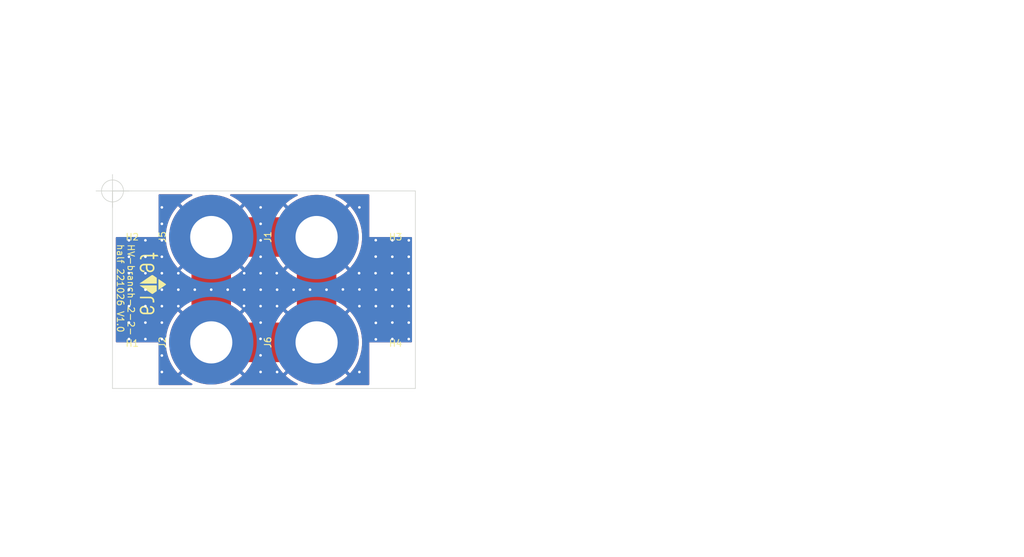
<source format=kicad_pcb>
(kicad_pcb (version 20211014) (generator pcbnew)
  (title_block (title "HV terminal branch 1-2") (date "2022-10-21") (rev "1.0") (company "teTra Aviaton Corp."))
  (layers (0 "F.Cu" signal) (31 "B.Cu" signal) (34 "B.Paste" user) (35 "F.Paste" user) (36 "B.SilkS" user "B.Silkscreen") (37 "F.SilkS" user "F.Silkscreen") (38 "B.Mask" user) (39 "F.Mask" user) (44 "Edge.Cuts" user))
  (net 0 "")
  (net 1 "VBAT(+{slash}-)")
  (footprint "MountingHole:MountingHole_3.2mm_M3_ISO7380" (layer "F.Cu") (at 123 87)
    (fp_text reference "H4" (at 0 -3.85) (layer "F.SilkS"))
    (fp_text value "MountingHole")
    (pad "" np_thru_hole circle locked (at 0 0) (size 3.2 3.2) (drill 3.2) (layers *.Cu *.Mask))
  )
  (footprint "kicad_teTra_footprint:teTra-logo" (layer "F.Cu") (at 85 74 -90)
    (fp_text reference "L1" hide)
    (fp_text value "Logo" hide)
    (fp_poly (pts (xy 0.222252 -3.120726) (xy 0.242807 -3.11161) (xy 0.249856 -3.103173) (xy 0.265607 -3.082082) (xy 0.289159 -3.049632) (xy 0.319611 -3.007114) (xy 0.356061 -2.955823) (xy 0.397609 -2.897051) (xy 0.443353 -2.832092) (xy 0.492393 -2.76224) (xy 0.543827 -2.688787) (xy 0.596753 -2.613027) (xy 0.650272 -2.536253) (xy 0.703481 -2.459758) (xy 0.755479 -2.384836) (xy 0.805366 -2.312781) (xy 0.85224 -2.244884) (xy 0.8952 -2.182441) (xy 0.933345 -2.126743) (xy 0.965773 -2.079084) (xy 0.991585 -2.040758) (xy 1.009877 -2.013058) (xy 1.01975 -1.997277) (xy 1.021149 -1.994568) (xy 1.020872 -1.992342) (xy 1.017586 -1.990376) (xy 1.010326 -1.988654) (xy 0.998124 -1.987158) (xy 0.980015 -1.985874) (xy 0.955032 -1.984786) (xy 0.922209 -1.983879) (xy 0.880579 -1.983135) (xy 0.829176 -1.98254) (xy 0.767035 -1.982077) (xy 0.693188 -1.981732) (xy 0.60667 -1.981488) (xy 0.506513 -1.981328) (xy 0.391753 -1.981239) (xy 0.261422 -1.981203) (xy 0.2032 -1.9812) (xy 0.066404 -1.981216) (xy -0.054429 -1.981276) (xy -0.160272 -1.981396) (xy -0.252097 -1.981592) (xy -0.330874 -1.981881) (xy -0.397576 -1.982278) (xy -0.453173 -1.982801) (xy -0.498638 -1.983466) (xy -0.534942 -1.984289) (xy -0.563056 -1.985286) (xy -0.583952 -1.986475) (xy -0.598601 -1.98787) (xy -0.607975 -1.98949) (xy -0.613046 -1.991349) (xy -0.614785 -1.993465) (xy -0.614589 -1.994985) (xy -0.608335 -2.005799) (xy -0.593377 -2.029017) (xy -0.570606 -2.063351) (xy -0.540914 -2.107514) (xy -0.505193 -2.160217) (xy -0.464333 -2.220172) (xy -0.419226 -2.286091) (xy -0.370765 -2.356684) (xy -0.319839 -2.430665) (xy -0.267341 -2.506745) (xy -0.214162 -2.583635) (xy -0.161193 -2.660047) (xy -0.109327 -2.734693) (xy -0.059454 -2.806285) (xy -0.012466 -2.873535) (xy 0.030745 -2.935154) (xy 0.069289 -2.989854) (xy 0.102273 -3.036346) (xy 0.128806 -3.073343) (xy 0.147997 -3.099556) (xy 0.158954 -3.113698) (xy 0.161029 -3.115821) (xy 0.19027 -3.123589) (xy 0.222252 -3.120726)) (layer "F.SilkS") (width 0.01) (fill solid))
    (fp_poly (pts (xy 2.870026 -1.354216) (xy 2.9022 -1.351201) (xy 2.92378 -1.343765) (xy 2.936878 -1.330499) (xy 2.943607 -1.309993) (xy 2.946078 -1.280838) (xy 2.946406 -1.241625) (xy 2.9464 -1.2319) (xy 2.946227 -1.190026) (xy 2.944245 -1.158948) (xy 2.938259 -1.137059) (xy 2.926073 -1.122749) (xy 2.905491 -1.11441) (xy 2.874319 -1.110433) (xy 2.83036 -1.10921) (xy 2.778845 -1.109134) (xy 2.708949 -1.108099) (xy 2.652433 -1.104588) (xy 2.605848 -1.097987) (xy 2.565744 -1.087684) (xy 2.528671 -1.073067) (xy 2.503103 -1.060172) (xy 2.441985 -1.017606) (xy 2.390238 -0.962224) (xy 2.349447 -0.896247) (xy 2.3212 -0.821899) (xy 2.315111 -0.7969) (xy 2.313001 -0.784267) (xy 2.311142 -0.766838) (xy 2.30952 -0.7436) (xy 2.308121 -0.713541) (xy 2.306928 -0.675646) (xy 2.305928 -0.628902) (xy 2.305106 -0.572296) (xy 2.304447 -0.504815) (xy 2.303936 -0.425446) (xy 2.303559 -0.333175) (xy 2.3033 -0.226989) (xy 2.303145 -0.105874) (xy 2.30308 0.028073) (xy 2.302953 0.182401) (xy 2.302634 0.319817) (xy 2.302123 0.440342) (xy 2.30142 0.543997) (xy 2.300524 0.630803) (xy 2.299435 0.70078) (xy 2.298153 0.753948) (xy 2.296678 0.79033) (xy 2.295009 0.809944) (xy 2.294169 0.813356) (xy 2.288904 0.820371) (xy 2.279982 0.825052) (xy 2.264329 0.827862) (xy 2.238872 0.829262) (xy 2.200537 0.829713) (xy 2.185139 0.829733) (xy 2.138358 0.82917) (xy 2.106113 0.827311) (xy 2.086039 0.823904) (xy 2.075771 0.818698) (xy 2.075126 0.817988) (xy 2.073401 0.811267) (xy 2.071901 0.795078) (xy 2.070621 0.768731) (xy 2.069555 0.731533) (xy 2.068696 0.682796) (xy 2.068039 0.621829) (xy 2.067577 0.54794) (xy 2.067305 0.460439) (xy 2.067217 0.358635) (xy 2.067305 0.241838) (xy 2.067565 0.109358) (xy 2.067896 -0.009629) (xy 2.070415 -0.8255) (xy 2.089859 -0.888768) (xy 2.128741 -0.989362) (xy 2.179968 -1.078887) (xy 2.243096 -1.156811) (xy 2.317683 -1.222601) (xy 2.403286 -1.275725) (xy 2.417233 -1.282656) (xy 2.46722 -1.304996) (xy 2.514929 -1.322041) (xy 2.564125 -1.334548) (xy 2.618577 -1.343274) (xy 2.68205 -1.348976) (xy 2.75831 -1.352411) (xy 2.765442 -1.352621) (xy 2.825144 -1.35422) (xy 2.870026 -1.354216)) (layer "F.SilkS") (width 0.01) (fill solid))
    (fp_poly (pts (xy 1.409899 -1.437874) (xy 1.452895 -1.375668) (xy 1.493309 -1.316949) (xy 1.530016 -1.263368) (xy 1.561894 -1.216576) (xy 1.58782 -1.178223) (xy 1.606669 -1.149959) (xy 1.61732 -1.133435) (xy 1.618779 -1.130957) (xy 1.635476 -1.084525) (xy 1.638507 -1.034451) (xy 1.632318 -1.001626) (xy 1.626532 -0.991174) (xy 1.611926 -0.967946) (xy 1.589176 -0.932934) (xy 1.55896 -0.887129) (xy 1.521955 -0.831522) (xy 1.478836 -0.767106) (xy 1.430282 -0.694872) (xy 1.376968 -0.615811) (xy 1.319572 -0.530915) (xy 1.25877 -0.441176) (xy 1.195239 -0.347585) (xy 1.129656 -0.251134) (xy 1.062698 -0.152814) (xy 0.995042 -0.053617) (xy 0.927364 0.045465) (xy 0.860342 0.143442) (xy 0.794651 0.23932) (xy 0.73097 0.33211) (xy 0.669974 0.420818) (xy 0.61234 0.504455) (xy 0.558746 0.582027) (xy 0.509868 0.652544) (xy 0.466383 0.715013) (xy 0.428968 0.768444) (xy 0.398299 0.811845) (xy 0.375053 0.844223) (xy 0.359908 0.864589) (xy 0.35354 0.871949) (xy 0.353483 0.871959) (xy 0.352754 0.86366) (xy 0.352049 0.839356) (xy 0.351372 0.799977) (xy 0.350728 0.746451) (xy 0.350122 0.679709) (xy 0.349558 0.600677) (xy 0.349041 0.510287) (xy 0.348576 0.409466) (xy 0.348168 0.299143) (xy 0.34782 0.180248) (xy 0.347538 0.053709) (xy 0.347327 -0.079544) (xy 0.347191 -0.218583) (xy 0.347134 -0.362478) (xy 0.347133 -0.388203) (xy 0.347177 -0.576713) (xy 0.347309 -0.748707) (xy 0.347534 -0.904601) (xy 0.347854 -1.044813) (xy 0.348272 -1.169758) (xy 0.348792 -1.279855) (xy 0.349415 -1.375519) (xy 0.350146 -1.457168) (xy 0.350988 -1.525219) (xy 0.351942 -1.580087) (xy 0.353014 -1.622191) (xy 0.354204 -1.651947) (xy 0.355517 -1.669771) (xy 0.35649 -1.675315) (xy 0.367488 -1.696481) (xy 0.38103 -1.710279) (xy 0.381334 -1.710446) (xy 0.393472 -1.712396) (xy 0.421529 -1.714122) (xy 0.464493 -1.715605) (xy 0.521349 -1.716824) (xy 0.591086 -1.71776) (xy 0.672689 -1.718394) (xy 0.765147 -1.718704) (xy 0.806092 -1.718733) (xy 1.215364 -1.718733) (xy 1.409899 -1.437874)) (layer "F.SilkS") (width 0.01) (fill solid))
    (fp_poly (pts (xy 4.097867 -1.37521) (xy 4.149836 -1.374888) (xy 4.188916 -1.373785) (xy 4.219149 -1.37144) (xy 4.244577 -1.367391) (xy 4.26924 -1.361174) (xy 4.296833 -1.352443) (xy 4.391341 -1.312737) (xy 4.474708 -1.260313) (xy 4.54697 -1.195136) (xy 4.608161 -1.117167) (xy 4.658318 -1.026369) (xy 4.696217 -0.926785) (xy 4.719804 -0.8509) (xy 4.722498 -0.293904) (xy 4.723002 -0.17975) (xy 4.723315 -0.081175) (xy 4.723414 0.003175) (xy 4.723276 0.074653) (xy 4.722879 0.134612) (xy 4.7222 0.184407) (xy 4.721217 0.225391) (xy 4.719906 0.258918) (xy 4.718246 0.286341) (xy 4.716212 0.309013) (xy 4.713784 0.328289) (xy 4.711883 0.340218) (xy 4.686637 0.441823) (xy 4.647873 0.53548) (xy 4.59661 0.619958) (xy 4.533867 0.694025) (xy 4.460662 0.756451) (xy 4.378012 0.806004) (xy 4.301067 0.837091) (xy 4.198977 0.861417) (xy 4.093567 0.870265) (xy 3.988985 0.863292) (xy 3.9878 0.863118) (xy 3.889698 0.840484) (xy 3.797888 0.80314) (xy 3.714002 0.752259) (xy 3.639675 0.689018) (xy 3.576542 0.614592) (xy 3.527028 0.531773) (xy 3.499278 0.470379) (xy 3.47941 0.413472) (xy 3.465514 0.354289) (xy 3.455682 0.286069) (xy 3.454421 0.274463) (xy 3.452822 0.235699) (xy 3.686093 0.235699) (xy 3.686673 0.242916) (xy 3.701295 0.330694) (xy 3.728292 0.409016) (xy 3.766926 0.476892) (xy 3.816459 0.53333) (xy 3.876152 0.57734) (xy 3.945267 0.607931) (xy 3.9624 0.61296) (xy 4.015545 0.622466) (xy 4.076741 0.625994) (xy 4.139095 0.623636) (xy 4.195712 0.615485) (xy 4.218961 0.609501) (xy 4.255619 0.595689) (xy 4.292818 0.57777) (xy 4.315102 0.564454) (xy 4.356324 0.529272) (xy 4.396071 0.482846) (xy 4.43022 0.430655) (xy 4.454037 0.379861) (xy 4.459667 0.363709) (xy 4.46415 0.348) (xy 4.467646 0.330554) (xy 4.470316 0.30919) (xy 4.472321 0.281727) (xy 4.473822 0.245985) (xy 4.474978 0.199783) (xy 4.475951 0.14094) (xy 4.47687 0.06985) (xy 4.479984 -0.186267) (xy 4.248371 -0.186267) (xy 4.169911 -0.186026) (xy 4.106008 -0.185103) (xy 4.054289 -0.183196) (xy 4.01238 -0.180003) (xy 3.97791 -0.175222) (xy 3.948505 -0.168552) (xy 3.921792 -0.15969) (xy 3.895399 -0.148336) (xy 3.876231 -0.138939) (xy 3.818249 -0.10036) (xy 3.769227 -0.049099) (xy 3.730332 0.01249) (xy 3.702733 0.082055) (xy 3.687598 0.157242) (xy 3.686093 0.235699) (xy 3.452822 0.235699) (xy 3.450994 0.191403) (xy 3.456931 0.105999) (xy 3.471597 0.02601) (xy 3.476114 0.009281) (xy 3.507604 -0.07258) (xy 3.55274 -0.151215) (xy 3.608999 -0.22357) (xy 3.673858 -0.286585) (xy 3.744793 -0.337205) (xy 3.776133 -0.354202) (xy 3.81522 -0.372784) (xy 3.850805 -0.387858) (xy 3.885353 -0.39983) (xy 3.921325 -0.409103) (xy 3.961185 -0.416081) (xy 4.007397 -0.42117) (xy 4.062424 -0.424773) (xy 4.128728 -0.427295) (xy 4.208772 -0.42914) (xy 4.23545 -0.429616) (xy 4.487333 -0.433909) (xy 4.487333 -0.592977) (xy 4.486349 -0.674478) (xy 4.483111 -0.74202) (xy 4.477195 -0.798476) (xy 4.468174 -0.846723) (xy 4.455622 -0.889633) (xy 4.439115 -0.930082) (xy 4.436605 -0.935417) (xy 4.397052 -0.999409) (xy 4.345578 -1.052889) (xy 4.28433 -1.094769) (xy 4.215455 -1.123959) (xy 4.141101 -1.139371) (xy 4.063416 -1.139915) (xy 4.039181 -1.136924) (xy 3.962868 -1.117371) (xy 3.896213 -1.084062) (xy 3.83959 -1.037404) (xy 3.793374 -0.977805) (xy 3.757938 -0.90567) (xy 3.733657 -0.821406) (xy 3.729789 -0.80093) (xy 3.722975 -0.766007) (xy 3.715818 -0.73684) (xy 3.709491 -0.717958) (xy 3.707332 -0.714147) (xy 3.695218 -0.709436) (xy 3.670466 -0.705888) (xy 3.637335 -0.703566) (xy 3.600085 -0.702534) (xy 3.562977 -0.702855) (xy 3.530268 -0.704592) (xy 3.50622 -0.707808) (xy 3.496733 -0.711027) (xy 3.488338 -0.725606) (xy 3.485317 -0.753208) (xy 3.487179 -0.790972) (xy 3.49343 -0.836034) (xy 3.50358 -0.885534) (xy 3.517137 -0.936609) (xy 3.53361 -0.986396) (xy 3.551513 -1.029899) (xy 3.601158 -1.120724) (xy 3.660035 -1.197608) (xy 3.728953 -1.261302) (xy 3.808723 -1.312556) (xy 3.898981 -1.351711) (xy 3.92627 -1.360866) (xy 3.949835 -1.367301) (xy 3.973647 -1.371485) (xy 4.001675 -1.373887) (xy 4.037891 -1.374976) (xy 4.086266 -1.375222) (xy 4.097867 -1.37521)) (layer "F.SilkS") (width 0.01) (fill solid))
    (fp_poly (pts (xy -4.075655 -1.951197) (xy -4.074288 -1.950417) (xy -4.070408 -1.946757) (xy -4.067252 -1.940045) (xy -4.064728 -1.928602) (xy -4.062744 -1.91075) (xy -4.061209 -1.884808) (xy -4.06003 -1.849099) (xy -4.059116 -1.801943) (xy -4.058375 -1.741661) (xy -4.057716 -1.666575) (xy -4.057542 -1.64373) (xy -4.055317 -1.3462) (xy -3.869639 -1.3462) (xy -3.804298 -1.346261) (xy -3.753939 -1.345719) (xy -3.716618 -1.343488) (xy -3.69039 -1.338479) (xy -3.673311 -1.329607) (xy -3.663436 -1.315784) (xy -3.65882 -1.295923) (xy -3.65752 -1.268938) (xy -3.657591 -1.233741) (xy -3.6576 -1.227667) (xy -3.65749 -1.191173) (xy -3.658452 -1.163038) (xy -3.662431 -1.142179) (xy -3.671369 -1.127512) (xy -3.687206 -1.117953) (xy -3.711887 -1.112418) (xy -3.747354 -1.109825) (xy -3.795548 -1.10909) (xy -3.858413 -1.109128) (xy -3.870077 -1.109133) (xy -4.056194 -1.109133) (xy -4.053327 -0.42545) (xy -4.052778 -0.300504) (xy -4.052227 -0.191323) (xy -4.051648 -0.096741) (xy -4.051012 -0.01559) (xy -4.050292 0.053298) (xy -4.049459 0.111089) (xy -4.048487 0.158952) (xy -4.047348 0.198053) (xy -4.046013 0.229561) (xy -4.044455 0.254642) (xy -4.042647 0.274463) (xy -4.04056 0.290194) (xy -4.038166 0.303) (xy -4.035773 0.312819) (xy -4.007667 0.393733) (xy -3.970513 0.460605) (xy -3.923934 0.513936) (xy -3.867551 0.554229) (xy -3.846088 0.565044) (xy -3.815624 0.57694) (xy -3.783228 0.584593) (xy -3.742935 0.589197) (xy -3.717605 0.590747) (xy -3.681353 0.59334) (xy -3.651025 0.596965) (xy -3.630942 0.601034) (xy -3.62585 0.603231) (xy -3.621078 0.61531) (xy -3.617642 0.640069) (xy -3.615552 0.673309) (xy -3.614816 0.710829) (xy -3.615441 0.74843) (xy -3.617437 0.781911) (xy -3.62081 0.807071) (xy -3.625427 0.819573) (xy -3.640119 0.825296) (xy -3.667736 0.828625) (xy -3.704457 0.829664) (xy -3.746458 0.828519) (xy -3.789918 0.825295) (xy -3.831014 0.820097) (xy -3.865923 0.81303) (xy -3.866202 0.812957) (xy -3.956476 0.781233) (xy -4.036371 0.736166) (xy -4.105809 0.677849) (xy -4.164715 0.606378) (xy -4.213013 0.521848) (xy -4.250624 0.424352) (xy -4.277474 0.313986) (xy -4.279679 0.301574) (xy -4.282117 0.285141) (xy -4.284239 0.265347) (xy -4.286066 0.241013) (xy -4.287617 0.210957) (xy -4.288913 0.173998) (xy -4.289976 0.128955) (xy -4.290826 0.074646) (xy -4.291482 0.009891) (xy -4.291966 -0.066491) (xy -4.292299 -0.155682) (xy -4.2925 -0.258863) (xy -4.29259 -0.377215) (xy -4.2926 -0.441376) (xy -4.2926 -1.109133) (xy -4.43182 -1.109133) (xy -4.488596 -1.109223) (xy -4.53065 -1.110544) (xy -4.560188 -1.114676) (xy -4.579419 -1.123201) (xy -4.590548 -1.137697) (xy -4.595784 -1.159745) (xy -4.597333 -1.190926) (xy -4.5974 -1.227667) (xy -4.597276 -1.268311) (xy -4.595431 -1.298416) (xy -4.589658 -1.319561) (xy -4.57775 -1.333328) (xy -4.5575 -1.341295) (xy -4.5267 -1.345043) (xy -4.483144 -1.346152) (xy -4.43182 -1.3462) (xy -4.2926 -1.3462) (xy -4.2926 -1.844228) (xy -4.268715 -1.864031) (xy -4.250775 -1.876275) (xy -4.222147 -1.892944) (xy -4.187524 -1.91138) (xy -4.16682 -1.921704) (xy -4.129158 -1.939317) (xy -4.103342 -1.949505) (xy -4.086474 -1.953165) (xy -4.075655 -1.951197)) (layer "F.SilkS") (width 0.01) (fill solid))
    (fp_poly (pts (xy 0.047305 -1.699211) (xy 0.067733 -1.675456) (xy 0.067733 -0.397461) (xy 0.067691 -0.251777) (xy 0.067566 -0.110779) (xy 0.067365 0.024612) (xy 0.067091 0.153471) (xy 0.06675 0.274878) (xy 0.066345 0.387908) (xy 0.065883 0.491639) (xy 0.065366 0.585149) (xy 0.064801 0.667515) (xy 0.064192 0.737815) (xy 0.063544 0.795126) (xy 0.06286 0.838524) (xy 0.062147 0.867089) (xy 0.061409 0.879896) (xy 0.061202 0.880533) (xy 0.055705 0.873683) (xy 0.041207 0.853675) (xy 0.018271 0.821323) (xy -0.012537 0.777442) (xy -0.050653 0.722847) (xy -0.095512 0.658351) (xy -0.146551 0.584769) (xy -0.203203 0.502915) (xy -0.264904 0.413604) (xy -0.331091 0.31765) (xy -0.401197 0.215868) (xy -0.474659 0.109071) (xy -0.550912 -0.001926) (xy -0.577736 -0.041004) (xy -0.65499 -0.153655) (xy -0.729668 -0.2627) (xy -0.8012 -0.367298) (xy -0.869016 -0.46661) (xy -0.932546 -0.559796) (xy -0.991219 -0.646017) (xy -1.044467 -0.724432) (xy -1.091718 -0.794203) (xy -1.132403 -0.854488) (xy -1.165951 -0.904448) (xy -1.191793 -0.943244) (xy -1.209359 -0.970035) (xy -1.218078 -0.983982) (xy -1.218904 -0.985589) (xy -1.226565 -1.023282) (xy -1.225586 -1.066986) (xy -1.216447 -1.10845) (xy -1.210967 -1.121833) (xy -1.202621 -1.136104) (xy -1.18569 -1.162547) (xy -1.161311 -1.199472) (xy -1.130621 -1.245188) (xy -1.094759 -1.298004) (xy -1.054862 -1.35623) (xy -1.012067 -1.418173) (xy -0.99737 -1.439333) (xy -0.8001 -1.722967) (xy 0.026877 -1.722967) (xy 0.047305 -1.699211)) (layer "F.SilkS") (width 0.01) (fill solid))
    (fp_poly (pts (xy -2.218867 -1.37351) (xy -2.122643 -1.355103) (xy -2.031825 -1.322792) (xy -1.947809 -1.277112) (xy -1.871992 -1.218599) (xy -1.805768 -1.147786) (xy -1.750534 -1.06521) (xy -1.735793 -1.037167) (xy -1.701447 -0.955111) (xy -1.678918 -0.87025) (xy -1.667287 -0.778344) (xy -1.665133 -0.7112) (xy -1.667199 -0.638309) (xy -1.674341 -0.576128) (xy -1.687852 -0.518859) (xy -1.709027 -0.460707) (xy -1.732535 -0.409284) (xy -1.782813 -0.324988) (xy -1.845635 -0.251553) (xy -1.919926 -0.189778) (xy -2.004608 -0.140461) (xy -2.098608 -0.104402) (xy -2.164643 -0.088365) (xy -2.193459 -0.08413) (xy -2.231415 -0.080876) (xy -2.280226 -0.078532) (xy -2.341605 -0.077029) (xy -2.417268 -0.076298) (xy -2.464545 -0.0762) (xy -2.700867 -0.0762) (xy -2.700571 0.074083) (xy -2.698842 0.164577) (xy -2.693648 0.241047) (xy -2.684401 0.306158) (xy -2.67051 0.362572) (xy -2.651388 0.412955) (xy -2.626445 0.45997) (xy -2.609433 0.486231) (xy -2.577861 0.522045) (xy -2.53499 0.556802) (xy -2.486235 0.586729) (xy -2.43701 0.608056) (xy -2.432466 0.609509) (xy -2.371991 0.622383) (xy -2.305388 0.626926) (xy -2.239351 0.623149) (xy -2.180572 0.611065) (xy -2.174252 0.609033) (xy -2.103699 0.576665) (xy -2.042726 0.530736) (xy -1.992028 0.472102) (xy -1.952302 0.401617) (xy -1.924243 0.320137) (xy -1.918387 0.294573) (xy -1.911835 0.25885) (xy -1.907064 0.225619) (xy -1.905019 0.201559) (xy -1.905 0.199928) (xy -1.903214 0.177501) (xy -1.896176 0.161917) (xy -1.881368 0.151978) (xy -1.856269 0.146481) (xy -1.818361 0.144228) (xy -1.78748 0.143933) (xy -1.739462 0.144338) (xy -1.705969 0.146904) (xy -1.68459 0.153653) (xy -1.672918 0.166612) (xy -1.668544 0.187805) (xy -1.66906 0.219255) (xy -1.670592 0.242178) (xy -1.68544 0.348646) (xy -1.713895 0.449868) (xy -1.755008 0.54387) (xy -1.807833 0.628674) (xy -1.871423 0.702306) (xy -1.90619 0.73368) (xy -1.951028 0.765692) (xy -2.005988 0.797281) (xy -2.064507 0.825125) (xy -2.120023 0.845902) (xy -2.137833 0.850967) (xy -2.181928 0.859185) (xy -2.236481 0.864931) (xy -2.295158 0.867919) (xy -2.351625 0.867861) (xy -2.399549 0.864472) (xy -2.408528 0.863217) (xy -2.508409 0.839445) (xy -2.600009 0.8012) (xy -2.682584 0.749174) (xy -2.755387 0.684058) (xy -2.817674 0.606543) (xy -2.868699 0.517322) (xy -2.907716 0.417085) (xy -2.914594 0.3937) (xy -2.918293 0.380085) (xy -2.921473 0.366932) (xy -2.924174 0.352909) (xy -2.926435 0.336681) (xy -2.928296 0.316914) (xy -2.929796 0.292276) (xy -2.930975 0.261433) (xy -2.931872 0.22305) (xy -2.932528 0.175794) (xy -2.93298 0.118332) (xy -2.93327 0.04933) (xy -2.933437 -0.032547) (xy -2.93352 -0.12863) (xy -2.933559 -0.240255) (xy -2.93356 -0.245534) (xy -2.93357 -0.313267) (xy -2.702581 -0.313267) (xy -2.486569 -0.313267) (xy -2.403064 -0.31371) (xy -2.334899 -0.315084) (xy -2.280504 -0.317458) (xy -2.238309 -0.320899) (xy -2.207153 -0.325398) (xy -2.128062 -0.348037) (xy -2.060035 -0.383446) (xy -2.00334 -0.431383) (xy -1.958244 -0.491604) (xy -1.925014 -0.563869) (xy -1.917453 -0.587674) (xy -1.908523 -0.635569) (xy -1.905161 -0.693597) (xy -1.907092 -0.756001) (xy -1.914036 -0.817022) (xy -1.925717 -0.870901) (xy -1.932047 -0.890228) (xy -1.967353 -0.962468) (xy -2.014807 -1.024074) (xy -2.073068 -1.07365) (xy -2.140793 -1.109797) (xy -2.144444 -1.111243) (xy -2.18724 -1.123065) (xy -2.240512 -1.130659) (xy -2.298279 -1.133786) (xy -2.35456 -1.132209) (xy -2.403374 -1.125691) (xy -2.417884 -1.122113) (xy -2.491121 -1.094028) (xy -2.55265 -1.054973) (xy -2.60337 -1.003998) (xy -2.64418 -0.940156) (xy -2.675978 -0.8625) (xy -2.681756 -0.843799) (xy -2.685959 -0.824905) (xy -2.689438 -0.79839) (xy -2.692294 -0.762493) (xy -2.694632 -0.715451) (xy -2.696555 -0.655503) (xy -2.698166 -0.580886) (xy -2.698582 -0.556683) (xy -2.702581 -0.313267) (xy -2.93357 -0.313267) (xy -2.933577 -0.357908) (xy -2.933542 -0.454696) (xy -2.933416 -0.537245) (xy -2.93316 -0.606901) (xy -2.932736 -0.665013) (xy -2.932105 -0.712926) (xy -2.931226 -0.751988) (xy -2.930062 -0.783546) (xy -2.928574 -0.808946) (xy -2.926722 -0.829537) (xy -2.924467 -0.846665) (xy -2.921771 -0.861676) (xy -2.918595 -0.875919) (xy -2.914899 -0.890739) (xy -2.914891 -0.890772) (xy -2.881203 -0.993825) (xy -2.835781 -1.086027) (xy -2.779257 -1.166643) (xy -2.712267 -1.234943) (xy -2.635444 -1.290193) (xy -2.549423 -1.331662) (xy -2.526024 -1.339965) (xy -2.421954 -1.366477) (xy -2.319103 -1.37748) (xy -2.218867 -1.37351)) (layer "F.SilkS") (width 0.01) (fill solid))
  )
  (footprint "MountingHole:MountingHole_3.2mm_M3_ISO7380" (layer "F.Cu") (at 83 87)
    (fp_text reference "H1" (at 0 -3.85) (layer "F.SilkS"))
    (fp_text value "MountingHole")
    (pad "" np_thru_hole circle locked (at 0 0) (size 3.2 3.2) (drill 3.2) (layers *.Cu *.Mask))
  )
  (footprint "MountingHole:MountingHole_6.4mm_M6_Pad_TopBottom" (layer "F.Cu") (at 95 67 90)
    (fp_text reference "J5" (at 0 -7.4 90) (layer "F.SilkS"))
    (fp_text value "Conn_01x01_Female_M6_hole")
    (pad "1" connect circle locked (at 0 0 90) (size 12.8 12.8) (layers "B.Cu" "B.Mask") (net 1 "VBAT(+{slash}-)"))
    (pad "1" connect circle locked (at 0 0 90) (size 12.8 12.8) (layers "F.Cu" "F.Mask") (net 1 "VBAT(+{slash}-)"))
    (pad "1" thru_hole circle locked (at 0 0 90) (size 6.8 6.8) (drill 6.4) (layers *.Cu *.Mask) (net 1 "VBAT(+{slash}-)"))
  )
  (footprint "MountingHole:MountingHole_3.2mm_M3_ISO7380" (layer "F.Cu") (at 83 63)
    (fp_text reference "H2" (at 0 4) (layer "F.SilkS"))
    (fp_text value "MountingHole")
    (pad "" np_thru_hole circle locked (at 0 0) (size 3.2 3.2) (drill 3.2) (layers *.Cu *.Mask))
  )
  (footprint "MountingHole:MountingHole_6.4mm_M6_Pad_TopBottom" (layer "F.Cu") (at 111 67 90)
    (fp_text reference "J1" (at 0 -7.4 90) (layer "F.SilkS"))
    (fp_text value "Conn_01x01_Female_M6_hole")
    (pad "1" thru_hole circle locked (at 0 0 90) (size 6.8 6.8) (drill 6.4) (layers *.Cu *.Mask) (net 1 "VBAT(+{slash}-)"))
    (pad "1" connect circle locked (at 0 0 90) (size 12.8 12.8) (layers "F.Cu" "F.Mask") (net 1 "VBAT(+{slash}-)"))
    (pad "1" connect circle locked (at 0 0 90) (size 12.8 12.8) (layers "B.Cu" "B.Mask") (net 1 "VBAT(+{slash}-)"))
  )
  (footprint "MountingHole:MountingHole_6.4mm_M6_Pad_TopBottom" (layer "F.Cu") (at 95 83 90)
    (fp_text reference "J2" (at 0 -7.4 90) (layer "F.SilkS"))
    (fp_text value "Conn_01x01_Female_M6_hole")
    (pad "1" connect circle locked (at 0 0 90) (size 12.8 12.8) (layers "B.Cu" "B.Mask") (net 1 "VBAT(+{slash}-)"))
    (pad "1" thru_hole circle locked (at 0 0 90) (size 6.8 6.8) (drill 6.4) (layers *.Cu *.Mask) (net 1 "VBAT(+{slash}-)"))
    (pad "1" connect circle locked (at 0 0 90) (size 12.8 12.8) (layers "F.Cu" "F.Mask") (net 1 "VBAT(+{slash}-)"))
  )
  (footprint "MountingHole:MountingHole_6.4mm_M6_Pad_TopBottom" (layer "F.Cu") (at 111 83 90)
    (fp_text reference "J6" (at 0 -7.4 90) (layer "F.SilkS"))
    (fp_text value "Conn_01x01_Female_M6_hole")
    (pad "1" thru_hole circle locked (at 0 0 90) (size 6.8 6.8) (drill 6.4) (layers *.Cu *.Mask) (net 1 "VBAT(+{slash}-)"))
    (pad "1" connect circle locked (at 0 0 90) (size 12.8 12.8) (layers "B.Cu" "B.Mask") (net 1 "VBAT(+{slash}-)"))
    (pad "1" connect circle locked (at 0 0 90) (size 12.8 12.8) (layers "F.Cu" "F.Mask") (net 1 "VBAT(+{slash}-)"))
  )
  (footprint "MountingHole:MountingHole_3.2mm_M3_ISO7380" (layer "F.Cu") (at 123 63)
    (fp_text reference "H3" (at 0 4) (layer "F.SilkS"))
    (fp_text value "MountingHole")
    (pad "" np_thru_hole circle locked (at 0 0) (size 3.2 3.2) (drill 3.2) (layers *.Cu *.Mask))
  )
  (gr_line (start 126 90) (end 126 60) (layer "Edge.Cuts") (width 0.1))
  (gr_line (start 80 60) (end 126 60) (layer "Edge.Cuts") (width 0.1))
  (gr_line (start 80 60) (end 80 90) (layer "Edge.Cuts") (width 0.1))
  (gr_line (start 80 90) (end 126 90) (layer "Edge.Cuts") (width 0.1))
  (gr_text "HV-branch-2-2-\nhalf 221026 V1.0" (at 82 68 270) (layer "F.SilkS") (effects (font (size 1 1)) (justify left)))
  (target plus (at 80 60) (size 5) (width 0.1) (layer "Edge.Cuts"))
  (segment (start 111 83) (end 111 67) (width 6) (layer "F.Cu") (net 1))
  (segment (start 95 83) (end 95 67) (width 6) (layer "F.Cu") (net 1))
  (segment (start 95 83) (end 111 83) (width 6) (layer "F.Cu") (net 1))
  (segment (start 111 67) (end 95 67) (width 6) (layer "F.Cu") (net 1))
  (via (at 122.5 77.5) (size 0.8) (drill 0.4) (layers "F.Cu" "B.Cu") (net 1))
  (via (at 87.5 65) (size 0.8) (drill 0.4) (layers "F.Cu" "B.Cu") (net 1))
  (via (at 107.507993 75.00379) (size 0.8) (drill 0.4) (layers "F.Cu" "B.Cu") (net 1))
  (via (at 87.5 87.5) (size 0.8) (drill 0.4) (layers "F.Cu" "B.Cu") (net 1))
  (via (at 119.984035 67.479214) (size 0.8) (drill 0.4) (layers "F.Cu" "B.Cu") (net 1))
  (via (at 119.996415 82.542633) (size 0.8) (drill 0.4) (layers "F.Cu" "B.Cu") (net 1))
  (via (at 85 82.5) (size 0.8) (drill 0.4) (layers "F.Cu" "B.Cu") (net 1))
  (via (at 114.996248 74.964918) (size 0.8) (drill 0.4) (layers "F.Cu" "B.Cu") (net 1))
  (via (at 102.480423 82.468903) (size 0.8) (drill 0.4) (layers "F.Cu" "B.Cu") (net 1))
  (via (at 102.5 80) (size 0.8) (drill 0.4) (layers "F.Cu" "B.Cu") (net 1))
  (via (at 102.492007 77.49621) (size 0.8) (drill 0.4) (layers "F.Cu" "B.Cu") (net 1))
  (via (at 122.50379 79.992007) (size 0.8) (drill 0.4) (layers "F.Cu" "B.Cu") (net 1))
  (via (at 125 82.5) (size 0.8) (drill 0.4) (layers "F.Cu" "B.Cu") (net 1))
  (via (at 87.5 82.5) (size 0.8) (drill 0.4) (layers "F.Cu" "B.Cu") (net 1))
  (via (at 85 70) (size 0.8) (drill 0.4) (layers "F.Cu" "B.Cu") (net 1))
  (via (at 87.5 67.5) (size 0.8) (drill 0.4) (layers "F.Cu" "B.Cu") (net 1))
  (via (at 102.492007 87.49621) (size 0.8) (drill 0.4) (layers "F.Cu" "B.Cu") (net 1))
  (via (at 102.5 65) (size 0.8) (drill 0.4) (layers "F.Cu" "B.Cu") (net 1))
  (via (at 124.997505 74.99942) (size 0.8) (drill 0.4) (layers "F.Cu" "B.Cu") (net 1))
  (via (at 82.5 67.5) (size 0.8) (drill 0.4) (layers "F.Cu" "B.Cu") (net 1))
  (via (at 85 72.5) (size 0.8) (drill 0.4) (layers "F.Cu" "B.Cu") (net 1))
  (via (at 117.5 87.5) (size 0.8) (drill 0.4) (layers "F.Cu" "B.Cu") (net 1))
  (via (at 102.5 70) (size 0.8) (drill 0.4) (layers "F.Cu" "B.Cu") (net 1))
  (via (at 87.5 62.5) (size 0.8) (drill 0.4) (layers "F.Cu" "B.Cu") (net 1))
  (via (at 119.996415 80.042633) (size 0.8) (drill 0.4) (layers "F.Cu" "B.Cu") (net 1))
  (via (at 124.946879 72.492045) (size 0.8) (drill 0.4) (layers "F.Cu" "B.Cu") (net 1))
  (via (at 82.5 77.5) (size 0.8) (drill 0.4) (layers "F.Cu" "B.Cu") (net 1))
  (via (at 102.488416 84.972693) (size 0.8) (drill 0.4) (layers "F.Cu" "B.Cu") (net 1))
  (via (at 105 75) (size 0.8) (drill 0.4) (layers "F.Cu" "B.Cu") (net 1))
  (via (at 87.5 85) (size 0.8) (drill 0.4) (layers "F.Cu" "B.Cu") (net 1))
  (via (at 85 75) (size 0.8) (drill 0.4) (layers "F.Cu" "B.Cu") (net 1))
  (via (at 100 72.5) (size 0.8) (drill 0.4) (layers "F.Cu" "B.Cu") (net 1))
  (via (at 99.974867 77.457791) (size 0.8) (drill 0.4) (layers "F.Cu" "B.Cu") (net 1))
  (via (at 120.007993 75.00379) (size 0.8) (drill 0.4) (layers "F.Cu" "B.Cu") (net 1))
  (via (at 104.949374 72.492625) (size 0.8) (drill 0.4) (layers "F.Cu" "B.Cu") (net 1))
  (via (at 82.5 70) (size 0.8) (drill 0.4) (layers "F.Cu" "B.Cu") (net 1))
  (via (at 117.5 77.5) (size 0.8) (drill 0.4) (layers "F.Cu" "B.Cu") (net 1))
  (via (at 125 70) (size 0.8) (drill 0.4) (layers "F.Cu" "B.Cu") (net 1))
  (via (at 124.989512 77.49563) (size 0.8) (drill 0.4) (layers "F.Cu" "B.Cu") (net 1))
  (via (at 87.5 80) (size 0.8) (drill 0.4) (layers "F.Cu" "B.Cu") (net 1))
  (via (at 104.992007 77.49621) (size 0.8) (drill 0.4) (layers "F.Cu" "B.Cu") (net 1))
  (via (at 82.5 80) (size 0.8) (drill 0.4) (layers "F.Cu" "B.Cu") (net 1))
  (via (at 87.5 77.5) (size 0.8) (drill 0.4) (layers "F.Cu" "B.Cu") (net 1))
  (via (at 119.976042 69.975424) (size 0.8) (drill 0.4) (layers "F.Cu" "B.Cu") (net 1))
  (via (at 94.992007 74.99621) (size 0.8) (drill 0.4) (layers "F.Cu" "B.Cu") (net 1))
  (via (at 102.507993 75.00379) (size 0.8) (drill 0.4) (layers "F.Cu" "B.Cu") (net 1))
  (via (at 92.5 75) (size 0.8) (drill 0.4) (layers "F.Cu" "B.Cu") (net 1))
  (via (at 119.957367 72.496415) (size 0.8) (drill 0.4) (layers "F.Cu" "B.Cu") (net 1))
  (via (at 82.5 82.5) (size 0.8) (drill 0.4) (layers "F.Cu" "B.Cu") (net 1))
  (via (at 117.5 62.5) (size 0.8) (drill 0.4) (layers "F.Cu" "B.Cu") (net 1))
  (via (at 122.457367 72.496415) (size 0.8) (drill 0.4) (layers "F.Cu" "B.Cu") (net 1))
  (via (at 122.5 70) (size 0.8) (drill 0.4) (layers "F.Cu" "B.Cu") (net 1))
  (via (at 120 77.5) (size 0.8) (drill 0.4) (layers "F.Cu" "B.Cu") (net 1))
  (via (at 122.507993 67.50379) (size 0.8) (drill 0.4) (layers "F.Cu" "B.Cu") (net 1))
  (via (at 90 75) (size 0.8) (drill 0.4) (layers "F.Cu" "B.Cu") (net 1))
  (via (at 117.504241 74.968708) (size 0.8) (drill 0.4) (layers "F.Cu" "B.Cu") (net 1))
  (via (at 87.5 72.5) (size 0.8) (drill 0.4) (layers "F.Cu" "B.Cu") (net 1))
  (via (at 82.5 72.5) (size 0.8) (drill 0.4) (layers "F.Cu" "B.Cu") (net 1))
  (via (at 110 75) (size 0.8) (drill 0.4) (layers "F.Cu" "B.Cu") (net 1))
  (via (at 105 87.5) (size 0.8) (drill 0.4) (layers "F.Cu" "B.Cu") (net 1))
  (via (at 112.507993 75.00379) (size 0.8) (drill 0.4) (layers "F.Cu" "B.Cu") (net 1))
  (via (at 125 80) (size 0.8) (drill 0.4) (layers "F.Cu" "B.Cu") (net 1))
  (via (at 102.5 72.5) (size 0.8) (drill 0.4) (layers "F.Cu" "B.Cu") (net 1))
  (via (at 87.5 75) (size 0.8) (drill 0.4) (layers "F.Cu" "B.Cu") (net 1))
  (via (at 100 75) (size 0.8) (drill 0.4) (layers "F.Cu" "B.Cu") (net 1))
  (via (at 122.50379 82.492007) (size 0.8) (drill 0.4) (layers "F.Cu" "B.Cu") (net 1))
  (via (at 102.5 62.5) (size 0.8) (drill 0.4) (layers "F.Cu" "B.Cu") (net 1))
  (via (at 117.453958 72.492625) (size 0.8) (drill 0.4) (layers "F.Cu" "B.Cu") (net 1))
  (via (at 90 72.5) (size 0.8) (drill 0.4) (layers "F.Cu" "B.Cu") (net 1))
  (via (at 102.5 67.5) (size 0.8) (drill 0.4) (layers "F.Cu" "B.Cu") (net 1))
  (via (at 125.007993 67.50379) (size 0.8) (drill 0.4) (layers "F.Cu" "B.Cu") (net 1))
  (via (at 90 77.5) (size 0.8) (drill 0.4) (layers "F.Cu" "B.Cu") (net 1))
  (via (at 85 77.5) (size 0.8) (drill 0.4) (layers "F.Cu" "B.Cu") (net 1))
  (via (at 85 80) (size 0.8) (drill 0.4) (layers "F.Cu" "B.Cu") (net 1))
  (via (at 85 67.5) (size 0.8) (drill 0.4) (layers "F.Cu" "B.Cu") (net 1))
  (via (at 122.507993 75.00379) (size 0.8) (drill 0.4) (layers "F.Cu" "B.Cu") (net 1))
  (via (at 87.5 70) (size 0.8) (drill 0.4) (layers "F.Cu" "B.Cu") (net 1))
  (via (at 82.5 75) (size 0.8) (drill 0.4) (layers "F.Cu" "B.Cu") (net 1))
  (via (at 97.5 75) (size 0.8) (drill 0.4) (layers "F.Cu" "B.Cu") (net 1))
  (zone (net 0) (net_name "") (layers F&B.Cu) (connect_pads (clearance 0)) (min_thickness 0.254)
    (keepout (tracks allowed) (vias allowed) (pads allowed) (copperpour not_allowed) (footprints allowed))
    (fill (thermal_gap 0.508) (thermal_bridge_width 0.508))
    (polygon (pts (xy 87 90) (xy 80 90) (xy 80 83) (xy 87 83)))
  )
  (zone (net 1) (net_name "VBAT(+{slash}-)") (layers F&B.Cu) (connect_pads (clearance 0.508)) (min_thickness 0.254) (fill yes (thermal_gap 0.508) (thermal_bridge_width 0.508))
    (polygon (pts (xy 126 90) (xy 80 90) (xy 80 60) (xy 126 60)))
  )
  (zone (net 0) (net_name "") (layers F&B.Cu) (connect_pads (clearance 0)) (min_thickness 0.254)
    (keepout (tracks allowed) (vias allowed) (pads allowed) (copperpour not_allowed) (footprints allowed))
    (fill (thermal_gap 0.508) (thermal_bridge_width 0.508))
    (polygon (pts (xy 126 67) (xy 119 67) (xy 119 60) (xy 126 60)))
  )
  (zone (net 0) (net_name "") (layers F&B.Cu) (connect_pads (clearance 0)) (min_thickness 0.254)
    (keepout (tracks allowed) (vias allowed) (pads allowed) (copperpour not_allowed) (footprints allowed))
    (fill (thermal_gap 0.508) (thermal_bridge_width 0.508))
    (polygon (pts (xy 87 67) (xy 80 67) (xy 80 60) (xy 87 60)))
  )
  (zone (net 0) (net_name "") (layers F&B.Cu) (connect_pads (clearance 0)) (min_thickness 0.254)
    (keepout (tracks allowed) (vias allowed) (pads allowed) (copperpour not_allowed) (footprints allowed))
    (fill (thermal_gap 0.508) (thermal_bridge_width 0.508))
    (polygon (pts (xy 126 90) (xy 119 90) (xy 119 83) (xy 126 83)))
  )
)
</source>
